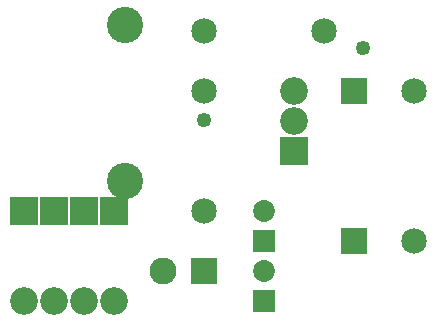
<source format=gbs>
G04 MADE WITH FRITZING*
G04 WWW.FRITZING.ORG*
G04 DOUBLE SIDED*
G04 HOLES PLATED*
G04 CONTOUR ON CENTER OF CONTOUR VECTOR*
%ASAXBY*%
%FSLAX23Y23*%
%MOIN*%
%OFA0B0*%
%SFA1.0B1.0*%
%ADD10C,0.121000*%
%ADD11C,0.092000*%
%ADD12C,0.090000*%
%ADD13C,0.085000*%
%ADD14C,0.072992*%
%ADD15C,0.049370*%
%ADD16R,0.092000X0.092000*%
%ADD17R,0.090000X0.090000*%
%ADD18R,0.085000X0.085000*%
%ADD19R,0.072992X0.072992*%
%LNMASK0*%
G90*
G70*
G54D10*
X479Y467D03*
X479Y984D03*
G54D11*
X1044Y565D03*
X1044Y665D03*
X1044Y765D03*
G54D12*
X744Y165D03*
X607Y165D03*
G54D11*
X444Y365D03*
X444Y67D03*
X344Y365D03*
X344Y67D03*
X244Y365D03*
X244Y67D03*
X144Y365D03*
X144Y67D03*
G54D13*
X1244Y265D03*
X1444Y265D03*
X1244Y765D03*
X1444Y765D03*
G54D14*
X944Y267D03*
X944Y365D03*
X944Y67D03*
X944Y165D03*
G54D13*
X744Y965D03*
X1144Y965D03*
X744Y365D03*
X744Y765D03*
G54D15*
X744Y670D03*
X1272Y910D03*
G54D16*
X1044Y565D03*
G54D17*
X744Y165D03*
G54D16*
X444Y366D03*
X344Y366D03*
X244Y366D03*
X144Y366D03*
G54D18*
X1244Y265D03*
X1244Y765D03*
G54D19*
X944Y267D03*
X944Y67D03*
G04 End of Mask0*
M02*
</source>
